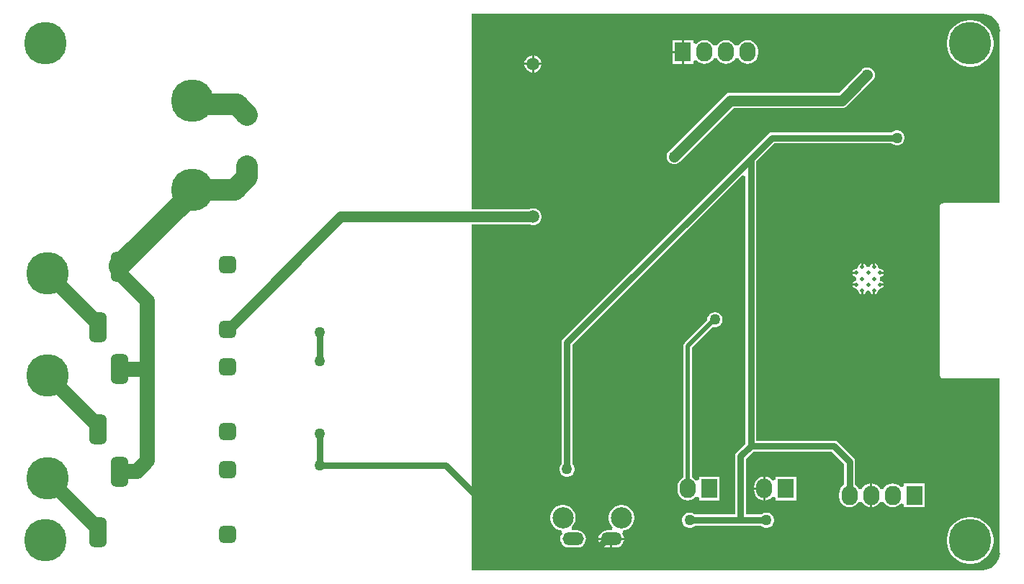
<source format=gbl>
G04*
G04 #@! TF.GenerationSoftware,Altium Limited,Altium Designer,21.2.1 (34)*
G04*
G04 Layer_Physical_Order=2*
G04 Layer_Color=16711680*
%FSTAX24Y24*%
%MOIN*%
G70*
G04*
G04 #@! TF.SameCoordinates,05E74B49-6C64-4D2F-80AE-A4148A6602C0*
G04*
G04*
G04 #@! TF.FilePolarity,Positive*
G04*
G01*
G75*
%ADD15C,0.0200*%
%ADD50C,0.0700*%
%ADD61C,0.0500*%
%ADD62C,0.0300*%
%ADD63C,0.1000*%
%ADD64O,0.0750X0.0900*%
%ADD65R,0.0750X0.0900*%
%ADD66R,0.0591X0.0591*%
%ADD67C,0.0591*%
%ADD68C,0.0200*%
G04:AMPARAMS|DCode=69|XSize=137.8mil|YSize=78.7mil|CornerRadius=19.7mil|HoleSize=0mil|Usage=FLASHONLY|Rotation=90.000|XOffset=0mil|YOffset=0mil|HoleType=Round|Shape=RoundedRectangle|*
%AMROUNDEDRECTD69*
21,1,0.1378,0.0394,0,0,90.0*
21,1,0.0984,0.0787,0,0,90.0*
1,1,0.0394,0.0197,0.0492*
1,1,0.0394,0.0197,-0.0492*
1,1,0.0394,-0.0197,-0.0492*
1,1,0.0394,-0.0197,0.0492*
%
%ADD69ROUNDEDRECTD69*%
G04:AMPARAMS|DCode=70|XSize=78.7mil|YSize=78.7mil|CornerRadius=19.7mil|HoleSize=0mil|Usage=FLASHONLY|Rotation=90.000|XOffset=0mil|YOffset=0mil|HoleType=Round|Shape=RoundedRectangle|*
%AMROUNDEDRECTD70*
21,1,0.0787,0.0394,0,0,90.0*
21,1,0.0394,0.0787,0,0,90.0*
1,1,0.0394,0.0197,0.0197*
1,1,0.0394,0.0197,-0.0197*
1,1,0.0394,-0.0197,-0.0197*
1,1,0.0394,-0.0197,0.0197*
%
%ADD70ROUNDEDRECTD70*%
%ADD71C,0.1969*%
%ADD72C,0.0984*%
%ADD73O,0.0984X0.0591*%
%ADD74C,0.0500*%
G36*
X064833Y034787D02*
X064988Y03474D01*
X065131Y034664D01*
X065256Y034561D01*
X065359Y034436D01*
X065435Y034293D01*
X065482Y034138D01*
X065496Y034D01*
X065491Y033976D01*
Y026031D01*
X0629D01*
X062822Y026015D01*
X062755Y025971D01*
X062711Y025905D01*
X062696Y025827D01*
Y01811D01*
X062711Y018032D01*
X062755Y017966D01*
X062822Y017922D01*
X0629Y017906D01*
X065491D01*
Y009843D01*
X065496Y009819D01*
X065482Y009681D01*
X065435Y009526D01*
X065359Y009383D01*
X065256Y009258D01*
X065131Y009155D01*
X064988Y009079D01*
X064833Y009032D01*
X064695Y009018D01*
X064671Y009023D01*
X041049D01*
Y025041D01*
X043705D01*
X043731Y025025D01*
X043832Y024998D01*
X043936D01*
X044036Y025025D01*
X044127Y025077D01*
X0442Y025151D01*
X044252Y025241D01*
X044279Y025342D01*
Y025446D01*
X044252Y025546D01*
X0442Y025636D01*
X044127Y02571D01*
X044036Y025762D01*
X043936Y025789D01*
X043832D01*
X043731Y025762D01*
X043705Y025747D01*
X041049D01*
Y034796D01*
X064671D01*
X064695Y034801D01*
X064833Y034787D01*
D02*
G37*
%LPC*%
G36*
X053821Y033586D02*
X053697Y033569D01*
X053581Y033521D01*
X053482Y033445D01*
X053406Y033346D01*
X053402Y033337D01*
X05324D01*
X053236Y033346D01*
X05316Y033445D01*
X05306Y033521D01*
X052945Y033569D01*
X052821Y033586D01*
X052697Y033569D01*
X052581Y033521D01*
X052482Y033445D01*
X052406Y033346D01*
X052402Y033337D01*
X05224D01*
X052236Y033346D01*
X05216Y033445D01*
X05206Y033521D01*
X051945Y033569D01*
X051821Y033586D01*
X051697Y033569D01*
X051581Y033521D01*
X051482Y033445D01*
X051446Y033398D01*
X051296Y033449D01*
Y033582D01*
X050871D01*
Y033031D01*
Y032482D01*
X051296D01*
Y032614D01*
X051446Y032665D01*
X051482Y032618D01*
X051581Y032542D01*
X051697Y032494D01*
X051821Y032477D01*
X051945Y032494D01*
X05206Y032542D01*
X05216Y032618D01*
X052236Y032717D01*
X05224Y032726D01*
X052402D01*
X052406Y032717D01*
X052482Y032618D01*
X052581Y032542D01*
X052697Y032494D01*
X052821Y032477D01*
X052945Y032494D01*
X05306Y032542D01*
X05316Y032618D01*
X053236Y032717D01*
X05324Y032726D01*
X053402D01*
X053406Y032717D01*
X053482Y032618D01*
X053581Y032542D01*
X053697Y032494D01*
X053821Y032477D01*
X053945Y032494D01*
X05406Y032542D01*
X05416Y032618D01*
X054236Y032717D01*
X054284Y032833D01*
X0543Y032957D01*
Y033107D01*
X054284Y033231D01*
X054236Y033346D01*
X05416Y033445D01*
X05406Y033521D01*
X053945Y033569D01*
X053821Y033586D01*
D02*
G37*
G36*
X050771Y033582D02*
X050346D01*
Y033082D01*
X050771D01*
Y033582D01*
D02*
G37*
G36*
X043936Y032876D02*
X043934D01*
Y03253D01*
X044279D01*
Y032532D01*
X044252Y032633D01*
X0442Y032723D01*
X044127Y032797D01*
X044036Y032849D01*
X043936Y032876D01*
D02*
G37*
G36*
X043834D02*
X043832D01*
X043731Y032849D01*
X043641Y032797D01*
X043568Y032723D01*
X043516Y032633D01*
X043489Y032532D01*
Y03253D01*
X043834D01*
Y032876D01*
D02*
G37*
G36*
X050771Y032982D02*
X050346D01*
Y032482D01*
X050771D01*
Y032982D01*
D02*
G37*
G36*
X064205Y034509D02*
X064035D01*
X063866Y034483D01*
X063704Y03443D01*
X063552Y034353D01*
X063414Y034252D01*
X063293Y034132D01*
X063193Y033993D01*
X063115Y033841D01*
X063063Y033679D01*
X063036Y033511D01*
Y03334D01*
X063063Y033171D01*
X063115Y033009D01*
X063193Y032857D01*
X063293Y032719D01*
X063414Y032598D01*
X063552Y032498D01*
X063704Y03242D01*
X063866Y032368D01*
X064035Y032341D01*
X064205D01*
X064374Y032368D01*
X064536Y03242D01*
X064688Y032498D01*
X064826Y032598D01*
X064947Y032719D01*
X065047Y032857D01*
X065125Y033009D01*
X065178Y033171D01*
X065204Y03334D01*
Y033511D01*
X065178Y033679D01*
X065125Y033841D01*
X065047Y033993D01*
X064947Y034132D01*
X064826Y034252D01*
X064688Y034353D01*
X064536Y03443D01*
X064374Y034483D01*
X064205Y034509D01*
D02*
G37*
G36*
X044279Y03243D02*
X043934D01*
Y032085D01*
X043936D01*
X044036Y032112D01*
X044127Y032164D01*
X0442Y032238D01*
X044252Y032328D01*
X044279Y032428D01*
Y03243D01*
D02*
G37*
G36*
X043834D02*
X043489D01*
Y032428D01*
X043516Y032328D01*
X043568Y032238D01*
X043641Y032164D01*
X043731Y032112D01*
X043832Y032085D01*
X043834D01*
Y03243D01*
D02*
G37*
G36*
X06078Y029405D02*
X060688D01*
X060599Y029381D01*
X060519Y029335D01*
X060494Y02931D01*
X054947D01*
X054849Y029291D01*
X054767Y029235D01*
X053782Y028251D01*
X045278Y019747D01*
X045223Y019664D01*
X045204Y019567D01*
Y013941D01*
X045179Y013916D01*
X045133Y013836D01*
X045109Y013747D01*
Y013655D01*
X045133Y013566D01*
X045179Y013486D01*
X045244Y013421D01*
X045324Y013375D01*
X045413Y013351D01*
X045505D01*
X045594Y013375D01*
X045674Y013421D01*
X045739Y013486D01*
X045785Y013566D01*
X045809Y013655D01*
Y013747D01*
X045785Y013836D01*
X045739Y013916D01*
X045714Y013941D01*
Y019461D01*
X053569Y027317D01*
X053708Y02726D01*
Y014869D01*
X05331Y014472D01*
X053255Y014389D01*
X053235Y014291D01*
Y01159D01*
X051372D01*
X051346Y011615D01*
X051267Y011661D01*
X051178Y011685D01*
X051085D01*
X050996Y011661D01*
X050917Y011615D01*
X050851Y01155D01*
X050805Y01147D01*
X050782Y011381D01*
Y011289D01*
X050805Y0112D01*
X050851Y01112D01*
X050917Y011055D01*
X050996Y011009D01*
X051085Y010985D01*
X051178D01*
X051267Y011009D01*
X051346Y011055D01*
X051372Y01108D01*
X054441D01*
X054467Y011055D01*
X054546Y011009D01*
X054635Y010985D01*
X054728D01*
X054817Y011009D01*
X054896Y011055D01*
X054962Y01112D01*
X055008Y0112D01*
X055032Y011289D01*
Y011381D01*
X055008Y01147D01*
X054962Y01155D01*
X054896Y011615D01*
X054817Y011661D01*
X054728Y011685D01*
X054635D01*
X054546Y011661D01*
X054467Y011615D01*
X054441Y01159D01*
X053745D01*
Y014186D01*
X054068Y014509D01*
X057715D01*
X058275Y01395D01*
Y012958D01*
X058191Y012894D01*
X058115Y012795D01*
X058067Y012679D01*
X05805Y012555D01*
Y012405D01*
X058067Y012281D01*
X058115Y012166D01*
X058191Y012067D01*
X05829Y01199D01*
X058406Y011943D01*
X05853Y011926D01*
X058654Y011943D01*
X058769Y01199D01*
X058868Y012067D01*
X058944Y012166D01*
X058948Y012175D01*
X059111D01*
X059115Y012166D01*
X059191Y012067D01*
X05929Y01199D01*
X059406Y011943D01*
X05948Y011933D01*
Y01248D01*
Y013028D01*
X059406Y013018D01*
X05929Y01297D01*
X059191Y012894D01*
X059115Y012795D01*
X059111Y012785D01*
X058948D01*
X058944Y012795D01*
X058868Y012894D01*
X058784Y012958D01*
Y014055D01*
X058765Y014153D01*
X05871Y014235D01*
X058001Y014944D01*
X057918Y014999D01*
X057821Y015019D01*
X054218D01*
Y027965D01*
X055052Y0288D01*
X060494D01*
X060519Y028775D01*
X060599Y028729D01*
X060688Y028705D01*
X06078D01*
X060869Y028729D01*
X060949Y028775D01*
X061014Y02884D01*
X06106Y02892D01*
X061084Y029009D01*
Y029101D01*
X06106Y02919D01*
X061014Y02927D01*
X060949Y029335D01*
X060869Y029381D01*
X06078Y029405D01*
D02*
G37*
G36*
X059356Y032322D02*
X059333Y032318D01*
X05931D01*
X059288Y032313D01*
X059265Y03231D01*
X059244Y032301D01*
X059221Y032295D01*
X059201Y032283D01*
X05918Y032274D01*
X059161Y03226D01*
X059141Y032249D01*
X059125Y032232D01*
X059107Y032218D01*
X058029Y03114D01*
X053018D01*
X052926Y031128D01*
X052841Y031093D01*
X052768Y031037D01*
X05017Y028439D01*
X050156Y02842D01*
X050139Y028404D01*
X050128Y028384D01*
X050114Y028365D01*
X050105Y028344D01*
X050093Y028324D01*
X050087Y028302D01*
X050078Y02828D01*
X050075Y028257D01*
X050069Y028235D01*
Y028212D01*
X050066Y028189D01*
X050069Y028166D01*
Y028143D01*
X050075Y028121D01*
X050078Y028098D01*
X050087Y028076D01*
X050093Y028054D01*
X050105Y028034D01*
X050114Y028012D01*
X050128Y027994D01*
X050139Y027974D01*
X050156Y027958D01*
X05017Y027939D01*
X050188Y027925D01*
X050204Y027909D01*
X050224Y027897D01*
X050243Y027883D01*
X050264Y027874D01*
X050284Y027863D01*
X050307Y027857D01*
X050328Y027848D01*
X050351Y027845D01*
X050373Y027839D01*
X050396D01*
X050419Y027836D01*
X050442Y027839D01*
X050465D01*
X050488Y027845D01*
X050511Y027848D01*
X050532Y027857D01*
X050554Y027863D01*
X050574Y027874D01*
X050596Y027883D01*
X050614Y027897D01*
X050634Y027909D01*
X050651Y027925D01*
X050669Y027939D01*
X050669Y027939D01*
X053164Y030434D01*
X058175D01*
X058267Y030446D01*
X058352Y030482D01*
X058425Y030538D01*
X059606Y031719D01*
X05962Y031737D01*
X059636Y031754D01*
X059648Y031774D01*
X059662Y031792D01*
X059671Y031813D01*
X059682Y031833D01*
X059688Y031856D01*
X059697Y031877D01*
X0597Y0319D01*
X059706Y031922D01*
Y031946D01*
X059709Y031969D01*
X059706Y031991D01*
Y032015D01*
X0597Y032037D01*
X059697Y03206D01*
X059688Y032081D01*
X059682Y032104D01*
X059671Y032124D01*
X059662Y032145D01*
X059648Y032163D01*
X059636Y032183D01*
X05962Y0322D01*
X059606Y032218D01*
X059588Y032232D01*
X059571Y032249D01*
X059551Y03226D01*
X059533Y032274D01*
X059511Y032283D01*
X059491Y032295D01*
X059469Y032301D01*
X059448Y03231D01*
X059425Y032313D01*
X059402Y032318D01*
X059379D01*
X059356Y032322D01*
D02*
G37*
G36*
X05907Y023244D02*
X059019Y023222D01*
X058969Y023172D01*
X058943Y02311D01*
X058941Y023106D01*
X058899Y023016D01*
X058809Y022974D01*
X058805Y022972D01*
X058743Y022947D01*
X058693Y022897D01*
X058672Y022845D01*
X058844D01*
Y022745D01*
X058672D01*
X058693Y022694D01*
X058743Y022644D01*
X058805Y022618D01*
X058809Y022617D01*
X05882Y022611D01*
X058842Y02257D01*
Y022469D01*
X05882Y022428D01*
X058809Y022423D01*
X058805Y022421D01*
X058743Y022396D01*
X058693Y022345D01*
X058672Y022294D01*
X058844D01*
Y022194D01*
X058672D01*
X058693Y022143D01*
X058743Y022093D01*
X058805Y022067D01*
X058809Y022065D01*
X058899Y022023D01*
X058941Y021933D01*
X058943Y021929D01*
X058969Y021867D01*
X059019Y021817D01*
X05907Y021796D01*
Y021969D01*
X05917D01*
Y021796D01*
X059221Y021817D01*
X059272Y021867D01*
X059297Y021929D01*
X059299Y021933D01*
X059304Y021944D01*
X059345Y021966D01*
X059446D01*
X059487Y021944D01*
X059493Y021933D01*
X059494Y021929D01*
X05952Y021867D01*
X05957Y021817D01*
X059621Y021796D01*
Y021969D01*
X059721D01*
Y021796D01*
X059773Y021817D01*
X059823Y021867D01*
X059848Y021929D01*
X05985Y021933D01*
X059892Y022023D01*
X059982Y022065D01*
X059986Y022067D01*
X060048Y022093D01*
X060098Y022143D01*
X06012Y022194D01*
X059947D01*
Y022294D01*
X06012D01*
X060098Y022345D01*
X060048Y022396D01*
X059986Y022421D01*
X059982Y022423D01*
X059949Y022438D01*
X059949Y022601D01*
X059982Y022617D01*
X059986Y022618D01*
X060048Y022644D01*
X060098Y022694D01*
X06012Y022745D01*
X059947D01*
Y022845D01*
X06012D01*
X060098Y022897D01*
X060048Y022947D01*
X059986Y022972D01*
X059982Y022974D01*
X059892Y023016D01*
X05985Y023106D01*
X059848Y02311D01*
X059823Y023172D01*
X059773Y023222D01*
X059721Y023244D01*
Y023071D01*
X059621D01*
Y023244D01*
X05957Y023222D01*
X05952Y023172D01*
X059494Y02311D01*
X059493Y023106D01*
X059477Y023073D01*
X059314Y023073D01*
X059299Y023106D01*
X059297Y02311D01*
X059272Y023172D01*
X059221Y023222D01*
X05917Y023244D01*
Y023071D01*
X05907D01*
Y023244D01*
D02*
G37*
G36*
X052355Y02098D02*
X052263D01*
X052174Y020956D01*
X052094Y02091D01*
X052029Y020845D01*
X051983Y020765D01*
X051959Y020676D01*
Y020608D01*
X050905Y019554D01*
X050861Y019487D01*
X050845Y019409D01*
Y013305D01*
X05081Y01329D01*
X05071Y013214D01*
X050634Y013115D01*
X050586Y012999D01*
X05057Y012875D01*
Y012725D01*
X050586Y012601D01*
X050634Y012486D01*
X05071Y012387D01*
X05081Y01231D01*
X050925Y012263D01*
X051049Y012246D01*
X051173Y012263D01*
X051289Y01231D01*
X051388Y012387D01*
X051424Y012434D01*
X051574Y012383D01*
Y01225D01*
X052524D01*
Y01335D01*
X051574D01*
Y013218D01*
X051424Y013167D01*
X051388Y013214D01*
X051289Y01329D01*
X051253Y013305D01*
Y019325D01*
X05222Y020292D01*
X052263Y02028D01*
X052355D01*
X052444Y020304D01*
X052524Y02035D01*
X052589Y020415D01*
X052635Y020495D01*
X052659Y020584D01*
Y020676D01*
X052635Y020765D01*
X052589Y020845D01*
X052524Y02091D01*
X052444Y020956D01*
X052355Y02098D01*
D02*
G37*
G36*
X056068Y01335D02*
X055118D01*
Y013218D01*
X054968Y013167D01*
X054931Y013214D01*
X054832Y01329D01*
X054717Y013338D01*
X054643Y013348D01*
Y0128D01*
Y012253D01*
X054717Y012263D01*
X054832Y01231D01*
X054931Y012387D01*
X054968Y012434D01*
X055118Y012383D01*
Y01225D01*
X056068D01*
Y01335D01*
D02*
G37*
G36*
X054543Y013348D02*
X054469Y013338D01*
X054353Y01329D01*
X054254Y013214D01*
X054178Y013115D01*
X05413Y012999D01*
X054113Y012875D01*
Y01285D01*
X054543D01*
Y013348D01*
D02*
G37*
G36*
X06053Y013034D02*
X060406Y013018D01*
X06029Y01297D01*
X060191Y012894D01*
X060115Y012795D01*
X060111Y012785D01*
X059948D01*
X059944Y012795D01*
X059868Y012894D01*
X059769Y01297D01*
X059654Y013018D01*
X05958Y013028D01*
Y01248D01*
Y011933D01*
X059654Y011943D01*
X059769Y01199D01*
X059868Y012067D01*
X059944Y012166D01*
X059948Y012175D01*
X060111D01*
X060115Y012166D01*
X060191Y012067D01*
X06029Y01199D01*
X060406Y011943D01*
X06053Y011926D01*
X060654Y011943D01*
X060769Y01199D01*
X060868Y012067D01*
X060905Y012114D01*
X061055Y012063D01*
Y01193D01*
X062005D01*
Y01303D01*
X061055D01*
Y012898D01*
X060905Y012847D01*
X060868Y012894D01*
X060769Y01297D01*
X060654Y013018D01*
X06053Y013034D01*
D02*
G37*
G36*
X054543Y01275D02*
X054113D01*
Y012725D01*
X05413Y012601D01*
X054178Y012486D01*
X054254Y012387D01*
X054353Y01231D01*
X054469Y012263D01*
X054543Y012253D01*
Y01275D01*
D02*
G37*
G36*
X048041Y012037D02*
X047924D01*
X04781Y012014D01*
X047702Y01197D01*
X047605Y011905D01*
X047523Y011822D01*
X047458Y011725D01*
X047413Y011618D01*
X047391Y011503D01*
Y011387D01*
X047413Y011272D01*
X047458Y011164D01*
X047523Y011067D01*
X047581Y011009D01*
X047559Y010914D01*
X047523Y010859D01*
X047313D01*
X04721Y010846D01*
X047114Y010806D01*
X047031Y010743D01*
X046968Y01066D01*
X046928Y010564D01*
X046921Y010511D01*
X048099D01*
X048092Y010564D01*
X048052Y01066D01*
X04802Y010703D01*
X048029Y010768D01*
X048052Y010824D01*
X048081Y010861D01*
X048155Y010875D01*
X048263Y01092D01*
X04836Y010985D01*
X048443Y011067D01*
X048507Y011164D01*
X048552Y011272D01*
X048575Y011387D01*
Y011503D01*
X048552Y011618D01*
X048507Y011725D01*
X048443Y011822D01*
X04836Y011905D01*
X048263Y01197D01*
X048155Y012014D01*
X048041Y012037D01*
D02*
G37*
G36*
X048099Y010411D02*
X04756D01*
Y010062D01*
X047707D01*
X04781Y010076D01*
X047906Y010115D01*
X047989Y010179D01*
X048052Y010261D01*
X048092Y010357D01*
X048099Y010411D01*
D02*
G37*
G36*
X04746D02*
X046921D01*
X046928Y010357D01*
X046968Y010261D01*
X047031Y010179D01*
X047114Y010115D01*
X04721Y010076D01*
X047313Y010062D01*
X04746D01*
Y010411D01*
D02*
G37*
G36*
X045325Y012037D02*
X045208D01*
X045093Y012014D01*
X044986Y01197D01*
X044889Y011905D01*
X044806Y011822D01*
X044741Y011725D01*
X044697Y011618D01*
X044674Y011503D01*
Y011387D01*
X044697Y011272D01*
X044741Y011164D01*
X044806Y011067D01*
X044889Y010985D01*
X044986Y01092D01*
X045093Y010875D01*
X045168Y010861D01*
X045197Y010824D01*
X04522Y010768D01*
X045229Y010703D01*
X045196Y01066D01*
X045157Y010564D01*
X045143Y010461D01*
X045157Y010357D01*
X045196Y010261D01*
X04526Y010179D01*
X045342Y010115D01*
X045439Y010076D01*
X045542Y010062D01*
X045935D01*
X046039Y010076D01*
X046135Y010115D01*
X046217Y010179D01*
X046281Y010261D01*
X046321Y010357D01*
X046334Y010461D01*
X046321Y010564D01*
X046281Y01066D01*
X046217Y010743D01*
X046135Y010806D01*
X046039Y010846D01*
X045935Y010859D01*
X045726D01*
X04569Y010914D01*
X045668Y011009D01*
X045726Y011067D01*
X045791Y011164D01*
X045836Y011272D01*
X045858Y011387D01*
Y011503D01*
X045836Y011618D01*
X045791Y011725D01*
X045726Y011822D01*
X045644Y011905D01*
X045547Y01197D01*
X045439Y012014D01*
X045325Y012037D01*
D02*
G37*
G36*
X064205Y011478D02*
X064035D01*
X063866Y011451D01*
X063704Y011399D01*
X063552Y011321D01*
X063414Y011221D01*
X063293Y0111D01*
X063193Y010962D01*
X063115Y01081D01*
X063063Y010648D01*
X063036Y010479D01*
Y010308D01*
X063063Y01014D01*
X063115Y009977D01*
X063193Y009825D01*
X063293Y009687D01*
X063414Y009567D01*
X063552Y009466D01*
X063704Y009389D01*
X063866Y009336D01*
X064035Y009309D01*
X064205D01*
X064374Y009336D01*
X064536Y009389D01*
X064688Y009466D01*
X064826Y009567D01*
X064947Y009687D01*
X065047Y009825D01*
X065125Y009977D01*
X065178Y01014D01*
X065204Y010308D01*
Y010479D01*
X065178Y010648D01*
X065125Y01081D01*
X065047Y010962D01*
X064947Y0111D01*
X064826Y011221D01*
X064688Y011321D01*
X064536Y011399D01*
X064374Y011451D01*
X064205Y011478D01*
D02*
G37*
%LPD*%
D15*
X05227Y02063D02*
X052309D01*
X051049Y019409D02*
X05227Y02063D01*
X051049Y0128D02*
Y019409D01*
D50*
X023758Y02027D02*
Y020565D01*
X021404Y013281D02*
X023608Y011077D01*
X024758Y013578D02*
X024802Y013622D01*
X025537D01*
X02601Y014094D01*
X024758Y02277D02*
X02601Y021518D01*
X024758Y01834D02*
X025964D01*
X02601Y018386D01*
Y014094D02*
Y018386D01*
Y021518D01*
X024758Y02277D02*
Y023065D01*
X021404Y02277D02*
X021553D01*
X021404D02*
X023608Y020565D01*
X021404Y018045D02*
X023608Y01584D01*
X024758Y013577D02*
Y013578D01*
D61*
X050419Y028189D02*
X053018Y030787D01*
X058175D02*
X059356Y031969D01*
X053018Y030787D02*
X058175D01*
X050419Y028189D02*
Y028189D01*
X029758Y020171D02*
X029902Y020315D01*
X029907D02*
X034986Y025394D01*
X043884D01*
X029902Y020315D02*
X029907D01*
D62*
X053963Y014764D02*
Y028071D01*
Y014764D02*
Y014764D01*
X045459Y013701D02*
Y019567D01*
X053963Y028071D01*
X039839Y013888D02*
X044317Y009409D01*
X034012Y013888D02*
X039839D01*
X044317Y009409D02*
X046262D01*
X047313Y010461D01*
X04751D01*
X053963Y014764D02*
X057821D01*
X05349Y011335D02*
X054682D01*
X051132D02*
X05349D01*
Y014291D01*
X053963Y014764D01*
X034016Y018707D02*
Y020051D01*
X034012Y018704D02*
X034016Y018707D01*
Y020051D02*
X03402Y020055D01*
X034012Y013888D02*
X034016Y013892D01*
Y01534D02*
X03402Y015344D01*
X034016Y013892D02*
Y01534D01*
X057821Y014764D02*
X05853Y014055D01*
Y01248D02*
Y014055D01*
X053963Y028071D02*
X054947Y029055D01*
X060734D01*
D63*
X024758Y023147D02*
X028096Y026486D01*
Y026654D01*
X03007D01*
X030656Y027239D01*
X028096Y030787D02*
X028282Y030602D01*
X024758Y023065D02*
Y023147D01*
X030656Y027239D02*
Y027756D01*
X028282Y030602D02*
X030172D01*
X030656Y030118D01*
D64*
X054593Y0128D02*
D03*
X051049Y0128D02*
D03*
X051821Y033031D02*
D03*
X052821D02*
D03*
X053821D02*
D03*
X06053Y01248D02*
D03*
X05953D02*
D03*
X05853D02*
D03*
D65*
X055593Y0128D02*
D03*
X052049Y0128D02*
D03*
X050821Y033031D02*
D03*
X06153Y01248D02*
D03*
D66*
X030656Y030118D02*
D03*
D67*
Y027756D02*
D03*
X043884Y03248D02*
D03*
Y025394D02*
D03*
D68*
X023136Y011575D02*
D03*
X022663Y012047D02*
D03*
X02227Y012402D02*
D03*
X023175Y021024D02*
D03*
X022821Y021417D02*
D03*
X022348Y021811D02*
D03*
X023215Y01622D02*
D03*
X022742Y016614D02*
D03*
X022348Y017047D02*
D03*
X025498Y013622D02*
D03*
X02597Y014094D02*
D03*
X02601Y014921D02*
D03*
Y016299D02*
D03*
X026049Y017283D02*
D03*
X02601Y018543D02*
D03*
Y019094D02*
D03*
Y019803D02*
D03*
X02597Y020787D02*
D03*
X025892Y021614D02*
D03*
X02538Y022165D02*
D03*
Y023858D02*
D03*
X025774Y024173D02*
D03*
X026128Y024606D02*
D03*
X026679Y025118D02*
D03*
X027152Y025551D02*
D03*
X029435Y026693D02*
D03*
X029907D02*
D03*
X030301Y02689D02*
D03*
X030616Y027205D02*
D03*
X03038Y030354D02*
D03*
X030065Y030512D02*
D03*
X029671Y030551D02*
D03*
X029317D02*
D03*
X058844Y022244D02*
D03*
Y022795D02*
D03*
X059396Y022244D02*
D03*
Y022795D02*
D03*
X059947Y022244D02*
D03*
Y022795D02*
D03*
X05912Y021969D02*
D03*
Y02252D02*
D03*
Y023071D02*
D03*
X059671Y021969D02*
D03*
Y023071D02*
D03*
Y02252D02*
D03*
X0648Y0312D02*
D03*
Y0288D02*
D03*
Y0264D02*
D03*
Y0168D02*
D03*
Y0144D02*
D03*
Y012D02*
D03*
X0636Y0312D02*
D03*
X0642Y03D02*
D03*
X0636Y0288D02*
D03*
X0642Y0276D02*
D03*
X0636Y0264D02*
D03*
Y0168D02*
D03*
X0642Y0156D02*
D03*
X0636Y0144D02*
D03*
X0642Y0132D02*
D03*
X0636Y012D02*
D03*
X0624Y0336D02*
D03*
X063Y0324D02*
D03*
X0624Y0312D02*
D03*
X063Y03D02*
D03*
X0624Y0288D02*
D03*
X063Y0276D02*
D03*
X0624Y024D02*
D03*
Y0216D02*
D03*
Y0192D02*
D03*
Y0168D02*
D03*
X063Y0156D02*
D03*
X0624Y0144D02*
D03*
X063Y0132D02*
D03*
X0624Y012D02*
D03*
X063Y0108D02*
D03*
X0624Y0096D02*
D03*
X0612Y0336D02*
D03*
X0618Y0324D02*
D03*
X0612Y0312D02*
D03*
X0618Y03D02*
D03*
X0612Y024D02*
D03*
X0618Y0228D02*
D03*
X0612Y0216D02*
D03*
X0618Y0204D02*
D03*
X0612Y0192D02*
D03*
X0618Y0156D02*
D03*
Y0108D02*
D03*
X0612Y0096D02*
D03*
X06Y0336D02*
D03*
X0606Y0324D02*
D03*
X06Y0312D02*
D03*
X0606Y03D02*
D03*
X06Y024D02*
D03*
X0606Y0228D02*
D03*
Y0204D02*
D03*
X06Y0192D02*
D03*
Y0168D02*
D03*
Y0144D02*
D03*
Y012D02*
D03*
X0606Y0108D02*
D03*
X06Y0096D02*
D03*
X0588Y0336D02*
D03*
Y024D02*
D03*
X0594Y0204D02*
D03*
X0588Y0192D02*
D03*
Y0168D02*
D03*
X0594Y0156D02*
D03*
X0588Y0144D02*
D03*
X0594Y0132D02*
D03*
Y0108D02*
D03*
X0588Y0096D02*
D03*
X0576Y0336D02*
D03*
X0582Y0324D02*
D03*
X0576Y024D02*
D03*
X0582Y0228D02*
D03*
X0576Y0216D02*
D03*
X0582Y0204D02*
D03*
X0576Y0192D02*
D03*
Y0168D02*
D03*
X0582Y0156D02*
D03*
X0576Y0144D02*
D03*
Y012D02*
D03*
X0582Y0108D02*
D03*
X0576Y0096D02*
D03*
X0564Y0336D02*
D03*
X057Y0324D02*
D03*
X0564Y0264D02*
D03*
Y024D02*
D03*
X057Y0228D02*
D03*
X0564Y0216D02*
D03*
X057Y0204D02*
D03*
X0564Y0192D02*
D03*
Y0168D02*
D03*
X057Y0156D02*
D03*
X0564Y0144D02*
D03*
X057Y0132D02*
D03*
X0564Y012D02*
D03*
X057Y0108D02*
D03*
X0564Y0096D02*
D03*
X0552Y0336D02*
D03*
X0558Y0324D02*
D03*
X0552Y0168D02*
D03*
X0558Y0156D02*
D03*
X0552Y0144D02*
D03*
Y012D02*
D03*
X0546Y0324D02*
D03*
Y03D02*
D03*
Y0228D02*
D03*
Y018D02*
D03*
Y0156D02*
D03*
X054Y012D02*
D03*
Y0096D02*
D03*
X0528Y0264D02*
D03*
X0534Y0252D02*
D03*
X0528Y024D02*
D03*
X0534Y0228D02*
D03*
X0528Y0192D02*
D03*
X0534Y018D02*
D03*
X0528Y0168D02*
D03*
X0534Y0156D02*
D03*
X0528Y0144D02*
D03*
Y012D02*
D03*
X0534Y0108D02*
D03*
X0528Y0096D02*
D03*
X0522Y0276D02*
D03*
X0516Y0264D02*
D03*
X0522Y0252D02*
D03*
X0516Y024D02*
D03*
X0522Y0228D02*
D03*
X0516Y0192D02*
D03*
X0522Y018D02*
D03*
X0516Y0168D02*
D03*
X0522Y0156D02*
D03*
X0516Y0144D02*
D03*
Y012D02*
D03*
X0504Y0312D02*
D03*
X051Y03D02*
D03*
Y0276D02*
D03*
X0504Y0264D02*
D03*
Y024D02*
D03*
X051Y0228D02*
D03*
Y0204D02*
D03*
X0504Y0192D02*
D03*
Y0168D02*
D03*
Y0144D02*
D03*
Y012D02*
D03*
X0492Y0336D02*
D03*
X0498Y0324D02*
D03*
X0492Y0312D02*
D03*
X0498Y0276D02*
D03*
X0492Y0264D02*
D03*
X0498Y0252D02*
D03*
X0492Y024D02*
D03*
X0498Y0228D02*
D03*
Y0204D02*
D03*
X0492Y0192D02*
D03*
X0498Y0156D02*
D03*
X0492Y0144D02*
D03*
X0498Y0132D02*
D03*
X0492Y012D02*
D03*
X0498Y0108D02*
D03*
X0492Y0096D02*
D03*
X048Y0336D02*
D03*
X0486Y0324D02*
D03*
X048Y0312D02*
D03*
X0486Y03D02*
D03*
Y0276D02*
D03*
X048Y0264D02*
D03*
X0486Y0252D02*
D03*
X048Y024D02*
D03*
X0486Y0204D02*
D03*
X048Y0192D02*
D03*
X0486Y018D02*
D03*
X048Y0168D02*
D03*
X0486Y0156D02*
D03*
X048Y0144D02*
D03*
X0486Y0132D02*
D03*
Y0108D02*
D03*
X048Y0096D02*
D03*
X0468Y0336D02*
D03*
X0474Y0324D02*
D03*
Y03D02*
D03*
Y0276D02*
D03*
Y0252D02*
D03*
X0468Y024D02*
D03*
X0474Y0228D02*
D03*
Y0204D02*
D03*
X0468Y0192D02*
D03*
X0474Y018D02*
D03*
X0468Y0168D02*
D03*
Y0144D02*
D03*
Y012D02*
D03*
Y0096D02*
D03*
X0456Y0336D02*
D03*
X0462Y0324D02*
D03*
X0456Y0312D02*
D03*
X0462Y03D02*
D03*
X0456Y0288D02*
D03*
X0462Y0276D02*
D03*
X0456Y0264D02*
D03*
X0462Y0252D02*
D03*
X0456Y024D02*
D03*
X0462Y0228D02*
D03*
Y018D02*
D03*
Y0156D02*
D03*
Y0132D02*
D03*
X0456Y0096D02*
D03*
X0444Y0336D02*
D03*
X045Y0324D02*
D03*
X0444Y0312D02*
D03*
X045Y03D02*
D03*
X0444Y0288D02*
D03*
X045Y0276D02*
D03*
X0444Y0264D02*
D03*
Y024D02*
D03*
X045Y0228D02*
D03*
Y0204D02*
D03*
X0444Y0192D02*
D03*
X045Y018D02*
D03*
X0444Y0168D02*
D03*
X045Y0156D02*
D03*
X0444Y0144D02*
D03*
X045Y0132D02*
D03*
X0444Y012D02*
D03*
X045Y0108D02*
D03*
X0444Y0096D02*
D03*
X0432Y0336D02*
D03*
Y0312D02*
D03*
X0438Y03D02*
D03*
X0432Y0288D02*
D03*
X0438Y0276D02*
D03*
X0432Y0264D02*
D03*
Y024D02*
D03*
X0438Y0228D02*
D03*
X0432Y0216D02*
D03*
X0438Y018D02*
D03*
X0432Y0168D02*
D03*
X0438Y0156D02*
D03*
X0432Y0144D02*
D03*
X0438Y0132D02*
D03*
X0432Y012D02*
D03*
X0438Y0108D02*
D03*
X0432Y0096D02*
D03*
X042Y0336D02*
D03*
X0426Y0324D02*
D03*
X042Y0312D02*
D03*
X0426Y03D02*
D03*
X042Y0288D02*
D03*
X0426Y0276D02*
D03*
X042Y0264D02*
D03*
Y024D02*
D03*
X0426Y0228D02*
D03*
X042Y0216D02*
D03*
X0426Y018D02*
D03*
X042Y0168D02*
D03*
X0426Y0156D02*
D03*
X042Y0144D02*
D03*
X0426Y0132D02*
D03*
X042Y012D02*
D03*
X0426Y0108D02*
D03*
X042Y0096D02*
D03*
D69*
X024758Y023065D02*
D03*
X023758Y02027D02*
D03*
X024758Y01834D02*
D03*
X023758Y015545D02*
D03*
X024758Y013577D02*
D03*
X023758Y010781D02*
D03*
D70*
X029758Y020171D02*
D03*
Y023163D02*
D03*
Y015447D02*
D03*
Y018439D02*
D03*
Y010683D02*
D03*
Y013675D02*
D03*
D71*
X021404Y02277D02*
D03*
Y018045D02*
D03*
Y013281D02*
D03*
X028096Y030787D02*
D03*
Y026654D02*
D03*
X06412Y010394D02*
D03*
Y033425D02*
D03*
X021325Y033425D02*
D03*
Y010394D02*
D03*
D72*
X045266Y011445D02*
D03*
X047983D02*
D03*
D73*
X04751Y010461D02*
D03*
X045739D02*
D03*
D74*
X045459Y013701D02*
D03*
X03402Y015344D02*
D03*
Y020055D02*
D03*
X034012Y018704D02*
D03*
X034012Y013888D02*
D03*
X060734Y029055D02*
D03*
X059356Y031969D02*
D03*
X050419Y028189D02*
D03*
X052309Y02063D02*
D03*
X054682Y011335D02*
D03*
X051132D02*
D03*
M02*

</source>
